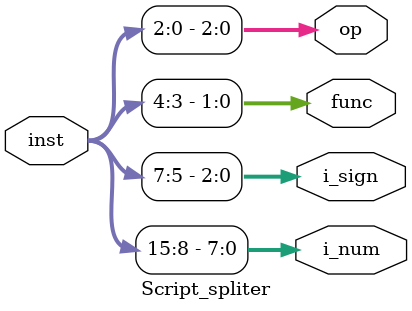
<source format=v>
`timescale 1ns / 1ps

//Split script into small pieces
    module Script_spliter(
    input [15:0] inst,
    output [7:0] i_num,
    output [2:0] i_sign,
    output [1:0] func,
    output [2:0] op
    );
    assign i_num = inst[15:8];
    assign i_sign = inst[7:5];
    assign func = inst[4:3];
    assign op = inst[2:0];
endmodule

</source>
